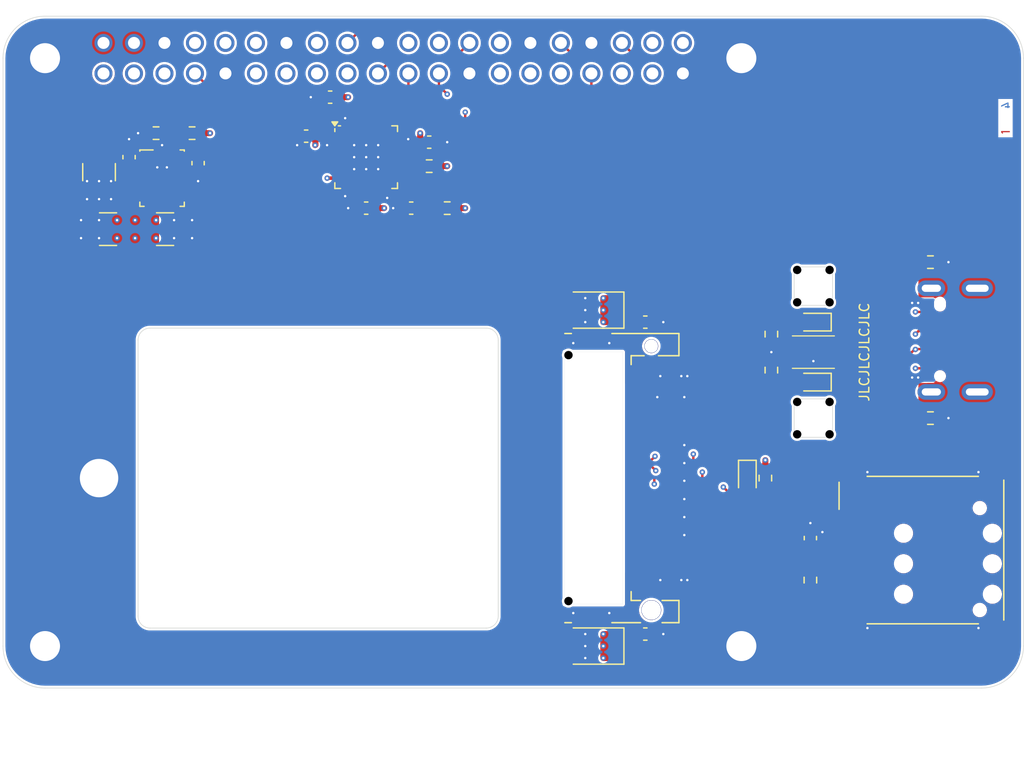
<source format=kicad_pcb>
(kicad_pcb (version 20241229) (generator "pcbnew") (generator_version "9.0")
  (title_block (date "2024-03-28") (rev "2"))
  (layers (0 "F.Cu" signal "Front") (4 "In1.Cu" power) (6 "In2.Cu" power) (2 "B.Cu" signal "Back") (13 "F.Paste" user) (5 "F.SilkS" user "F.Silkscreen") (7 "B.SilkS" user "B.Silkscreen") (1 "F.Mask" user) (3 "B.Mask" user) (25 "Edge.Cuts" user))
  (property "Order-Number" "JLCJLCJLCJLC")
  (net 0 "")
  (net 1 "GND")
  (net 2 "/M2 Connector/USB-CC1")
  (net 3 "/M2 Connector/USB+")
  (net 4 "Earth")
  (net 5 "/M2 Connector/USB-")
  (net 7 "/M2 Connector/USB-CC2")
  (net 10 "Net-(D101-K)")
  (net 11 "/LED1")
  (net 12 "Net-(D102-K)")
  (net 13 "/Button")
  (net 14 "+3.3V")
  (net 15 "/Reset")
  (net 16 "/IRQ")
  (net 17 "/MOSI")
  (net 18 "/MISO")
  (net 19 "/SCLK")
  (net 20 "/CS")
  (net 51 "/LED2")
  (net 58 "+5V")
  (net 59 "/M2 Connector/WWAN-LED")
  (net 60 "Net-(D201-A)")
  (net 63 "/M2 Connector/SIM-Reset")
  (net 66 "/M2 Connector/SIM-Clock")
  (net 67 "/M2 Connector/SIM-Data")
  (net 72 "+1V8")
  (net 79 "/M2 Connector/SIM-Detect")
  (net 108 "+3V8")
  (net 109 "/Power Supply +3V8/Vcc")
  (net 110 "/Power Supply +3V8/Feedback")
  (net 115 "unconnected-(J101-VBUS-PadV)_1")
  (footprint "Resistor_SMD:R_0603_1608Metric" (layer "F.Cu") (at 154 75)
    (property "Reference" "R105" (hide yes))
    (property "Value" "5K1" (hide yes))
  )
  (footprint "Capacitor_SMD:C_0603_1608Metric" (layer "F.Cu") (at 144.25 65.75 180)
    (property "Reference" "C104" (hide yes))
    (property "Value" "10u" (hide yes))
  )
  (footprint "Capacitor_SMD:C_0603_1608Metric" (layer "F.Cu") (at 142.25 69 180)
    (property "Reference" "C102" (hide yes))
    (property "Value" "0u1" (hide yes))
  )
  (footprint "V2_RaspberryPi:Hat" (layer "F.Cu") (at 117 115)
    (property "Reference" "H105" (hide yes))
    (property "Value" "Hat" (hide yes))
    (fp_line (start 0 -52.5) (end 0 -3.5) (stroke (width 0.05)) (layer "Edge.Cuts"))
    (fp_line (start 3.5 -56) (end 81.5 -56) (stroke (width 0.05)) (layer "Edge.Cuts"))
    (fp_line (start 3.5 0) (end 81.5 0) (stroke (width 0.05)) (layer "Edge.Cuts"))
    (fp_line (start 85 -52.5) (end 85 -3.5) (stroke (width 0.05)) (layer "Edge.Cuts"))
    (fp_arc (start 0 -52.5) (mid 1.025126 -54.974873) (end 3.5 -56) (stroke (width 0.05)) (layer "Edge.Cuts"))
    (fp_arc (start 3.5 0) (mid 1.025127 -1.025126) (end 0 -3.5) (stroke (width 0.05)) (layer "Edge.Cuts"))
    (fp_arc (start 81.5 -56) (mid 83.974873 -54.974874) (end 85 -52.5) (stroke (width 0.05)) (layer "Edge.Cuts"))
    (fp_arc (start 85 -3.5) (mid 83.974874 -1.025127) (end 81.5 0) (stroke (width 0.05)) (layer "Edge.Cuts"))
  )
  (footprint "Resistor_SMD:R_0603_1608Metric" (layer "F.Cu") (at 129.75 68.75 180)
    (property "Reference" "R502" (hide yes))
    (property "Value" "10k" (hide yes))
  )
  (footprint "Capacitor_SMD:C_0603_1608Metric" (layer "F.Cu") (at 133.25 71.25 -90)
    (property "Reference" "C504" (hide yes))
    (property "Value" "1u" (hide yes))
  )
  (footprint "V2_RaspberryPi:Connector" (layer "F.Cu") (at 149.5 62.5)
    (property "Reference" "J104" (hide yes))
    (property "Value" "Raspberry Pi" (hide yes))
  )
  (footprint "V2_Mechanical:MountingHole_2.5mm_PadTop_5mm" (layer "F.Cu") (at 120.5 62.5 180)
    (property "Reference" "H101" (hide yes))
    (property "Value" "MountingHole_2.5mm_PadTop_5mm" (hide yes))
  )
  (footprint "V2_Connector_M2:MDT180B01001" (layer "F.Cu") (at 171 97.5 -90)
    (property "Reference" "J201" (hide yes))
    (property "Value" "M.2" (hide yes))
    (fp_line (start -10.5 7.2) (end 10.5 7.2) (stroke (width 0.01)) (layer "Edge.Cuts"))
    (fp_line (start 10.5 7.2) (end 10.5 2.39) (stroke (width 0.01)) (layer "Edge.Cuts"))
    (fp_line (start -10.5 2.39) (end -10.5 7.2) (stroke (width 0.01)) (layer "Edge.Cuts"))
    (fp_line (start 10.5 2.39) (end -10.5 2.39) (stroke (width 0.01)) (layer "Edge.Cuts"))
  )
  (footprint "V2_Production:Order_Number" (layer "F.Cu") (at 188.75 87 90)
    (property "Reference" "INFO101" (hide yes))
    (property "Value" "ORDER-NUMBER" (hide yes))
  )
  (footprint "Capacitor_SMD:C_0603_1608Metric" (layer "F.Cu") (at 151 75 180)
    (property "Reference" "C103" (hide yes))
    (property "Value" "0u1" (hide yes))
  )
  (footprint "V2_Converter_DCDC:TPSM33625" (layer "F.Cu") (at 130.25 72.5)
    (property "Reference" "U501" (hide yes))
    (property "Value" "TPSM33625" (hide yes))
  )
  (footprint "V2_Artwork:Logo_Small" (layer "F.Cu") (at 120.5 87 90)
    (property "Reference" "ICON101" (hide yes))
    (property "Value" "V2-logo" (hide yes))
  )
  (footprint "Capacitor_SMD:C_1210_3225Metric" (layer "F.Cu") (at 130.5 76.75)
    (property "Reference" "C505" (hide yes))
    (property "Value" "22u" (hide yes))
  )
  (footprint "Capacitor_Tantalum_SMD:CP_EIA-3528-21_Kemet-B" (layer "F.Cu") (at 166.25 111.5 180)
    (property "Reference" "C202" (hide yes))
    (property "Value" "100u" (hide yes))
  )
  (footprint "Capacitor_SMD:C_0603_1608Metric" (layer "F.Cu") (at 127.5 70.75 90)
    (property "Reference" "C502" (hide yes))
    (property "Value" "0u1" (hide yes))
  )
  (footprint "V2_Package_DFN_QFN:QFN-32-1EP_5x5mm_P0.5mm_EP3.6x3.6mm_ThermalVias" (layer "F.Cu") (at 147.25 70.75)
    (property "Reference" "U101" (hide yes))
    (property "Value" "TPM_Infineon_SLB9670" (hide yes))
  )
  (footprint "Resistor_SMD:R_0603_1608Metric" (layer "F.Cu") (at 184.25 106 -90)
    (property "Reference" "R202" (hide yes))
    (property "Value" "27k" (hide yes))
  )
  (footprint "Capacitor_SMD:C_0603_1608Metric" (layer "F.Cu") (at 152.5 69.5)
    (property "Reference" "C101" (hide yes))
    (property "Value" "0u1" (hide yes))
  )
  (footprint "Resistor_SMD:R_0603_1608Metric" (layer "F.Cu") (at 194.25 79.5)
    (property "Reference" "R102" (hide yes))
    (property "Value" "5k1" (hide yes))
  )
  (footprint "Resistor_SMD:R_0603_1608Metric" (layer "F.Cu") (at 181 88.5 90)
    (property "Reference" "R103" (hide yes))
    (property "Value" "330R" (hide yes))
  )
  (footprint "LED_SMD:LED_0603_1608Metric" (layer "F.Cu") (at 179 97.5 -90)
    (property "Reference" "D201" (hide yes))
    (property "Value" "Orange" (hide yes))
  )
  (footprint "V2_Mechanical:MountingHole_2.5mm_PadTop_5mm" (layer "F.Cu") (at 178.5 62.5 180)
    (property "Reference" "H104" (hide yes))
    (property "Value" "MountingHole_2.5mm_PadTop_5mm" (hide yes))
  )
  (footprint "V2_Fiducial:Fiducial_0.5mm_Mask1mm_Paste" (layer "F.Cu") (at 120.5 107.75)
    (property "Reference" "FID101" (hide yes))
    (property "Value" "Fiducial" (hide yes))
  )
  (footprint "Resistor_SMD:R_0603_1608Metric" (layer "F.Cu") (at 194.25 92.5)
    (property "Reference" "R101" (hide yes))
    (property "Value" "5k1" (hide yes))
  )
  (footprint "Capacitor_SMD:C_0603_1608Metric" (layer "F.Cu") (at 170.5 110.5)
    (property "Reference" "C203" (hide yes))
    (property "Value" "0u1" (hide yes))
  )
  (footprint "V2_Connector_USB:JAE_DX07S016JA3" (layer "F.Cu") (at 197 86 90)
    (property "Reference" "J101" (hide yes))
    (property "Value" "JAE_DX07S016JA3" (hide yes))
  )
  (footprint "Resistor_SMD:R_0603_1608Metric" (layer "F.Cu") (at 132.75 68.75 180)
    (property "Reference" "R501" (hide yes))
    (property "Value" "27k" (hide yes))
  )
  (footprint "Resistor_SMD:R_0603_1608Metric" (layer "F.Cu") (at 180.5 97.5 90)
    (property "Reference" "R201" (hide yes))
    (property "Value" "1k" (hide yes))
  )
  (footprint "Resistor_SMD:R_0603_1608Metric" (layer "F.Cu") (at 152.5 71.5)
    (property "Reference" "R106" (hide yes))
    (property "Value" "10k" (hide yes))
  )
  (footprint "Capacitor_SMD:C_1210_3225Metric" (layer "F.Cu") (at 125.75 76.75 180)
    (property "Reference" "C503" (hide yes))
    (property "Value" "22u" (hide yes))
  )
  (footprint "LED_SMD:LED_0603_1608Metric" (layer "F.Cu") (at 184.5 84.5 180)
    (property "Reference" "D102" (hide yes))
    (property "Value" "Orange" (hide yes))
  )
  (footprint "V2_Connector_SIM:Amphenol_G85D1171012HHR" (layer "F.Cu") (at 193.5 103.5 90)
    (property "Reference" "J202" (hide yes))
    (property "Value" "SIM" (hide yes))
  )
  (footprint "V2_PCB_Devices:PCB_Button-bottom" (layer "F.Cu") (at 184.5 87 180)
    (property "Reference" "SWB101" (hide yes))
    (property "Value" "Button-bottom" (hide yes))
    (fp_line (start 1.6 7.1) (end 1.6 3.9) (stroke (width 0.05)) (layer "Edge.Cuts"))
    (fp_line (start 1.6 3.9) (end -1.6 3.9) (stroke (width 0.05)) (layer "Edge.Cuts"))
    (fp_line (start 1.6 -3.9) (end 1.6 -7.1) (stroke (width 0.05)) (layer "Edge.Cuts"))
    (fp_line (start 1.6 -7.1) (end -1.6 -7.1) (stroke (width 0.05)) (layer "Edge.Cuts"))
    (fp_line (start -1.6 7.1) (end 1.6 7.1) (stroke (width 0.05)) (layer "Edge.Cuts"))
    (fp_line (start -1.6 3.9) (end -1.6 7.1) (stroke (width 0.05)) (layer "Edge.Cuts"))
    (fp_line (start -1.6 -3.9) (end 1.6 -3.9) (stroke (width 0.05)) (layer "Edge.Cuts"))
    (fp_line (start -1.6 -7.1) (end -1.6 -3.9) (stroke (width 0.05)) (layer "Edge.Cuts"))
  )
  (footprint "LED_SMD:LED_0603_1608Metric" (layer "F.Cu") (at 184.5 89.5 180)
    (property "Reference" "D101" (hide yes))
    (property "Value" "Orange" (hide yes))
  )
  (footprint "Capacitor_SMD:C_0603_1608Metric" (layer "F.Cu") (at 184.25 102.5 90)
    (property "Reference" "C205" (hide yes))
    (property "Value" "0u1" (hide yes))
  )
  (footprint "V2_Fiducial:Fiducial_0.5mm_Mask1mm_Paste" (layer "F.Cu") (at 198.5 111.5)
    (property "Reference" "FID102" (hide yes))
    (property "Value" "Fiducial" (hide yes))
  )
  (footprint "V2_Production:Layer_Numbers" (layer "F.Cu") (at 200.5 67.5 90)
    (property "Reference" "INFO102" (hide yes))
    (property "Value" "Layer_Numbers" (hide yes))
  )
  (footprint "Resistor_SMD:R_0603_1608Metric" (layer "F.Cu") (at 181 85.5 -90)
    (property "Reference" "R104" (hide yes))
    (property "Value" "330R" (hide yes))
  )
  (footprint "Capacitor_SMD:C_0603_1608Metric" (layer "F.Cu") (at 170.5 84.5)
    (property "Reference" "C204" (hide yes))
    (property "Value" "0u1" (hide yes))
  )
  (footprint "Capacitor_SMD:C_0603_1608Metric" (layer "F.Cu") (at 147.25 75 180)
    (property "Reference" "C105" (hide yes))
    (property "Value" "0u1" (hide yes))
  )
  (footprint "V2_Button_Switch_SMD:SKSG" (layer "F.Cu") (at 184.5 87 180)
    (property "Reference" "SW101" (hide yes))
    (property "Value" "SW_Push" (hide yes))
  )
  (footprint "Capacitor_SMD:C_1210_3225Metric" (layer "F.Cu") (at 125 72 -90)
    (property "Reference" "C501" (hide yes))
    (property "Value" "10u" (hide yes))
  )
  (footprint "V2_Mechanical:MountingHole_2.5mm_PadTop_5mm" (layer "F.Cu") (at 120.5 111.5 180)
    (property "Reference" "H102" (hide yes))
    (property "Value" "MountingHole_2.5mm_PadTop_5mm" (hide yes))
  )
  (footprint "Capacitor_Tantalum_SMD:CP_EIA-3528-21_Kemet-B" (layer "F.Cu") (at 166.25 83.5 180)
    (property "Reference" "C201" (hide yes))
    (property "Value" "100u" (hide yes))
  )
  (footprint "V2_Fiducial:Fiducial_0.5mm_Mask1mm_Paste" (layer "F.Cu") (at 120.5 66.25)
    (property "Reference" "FID103" (hide yes))
    (property "Value" "Fiducial" (hide yes))
  )
  (footprint "V2_Mechanical:MountingHole_2.5mm_PadTop_5mm" (layer "F.Cu") (at 178.5 111.5 180)
    (property "Reference" "H103" (hide yes))
    (property "Value" "MountingHole_2.5mm_PadTop_5mm" (hide yes))
  )
  (gr_arc (start 128.25 86) (mid 128.542893 85.292893) (end 129.25 85) (stroke (width 0.05)) (layer "Edge.Cuts"))
  (gr_line (start 158.25 109) (end 158.25 86) (stroke (width 0.05)) (layer "Edge.Cuts"))
  (gr_arc (start 157.25 85) (mid 157.957107 85.292893) (end 158.25 86) (stroke (width 0.05)) (layer "Edge.Cuts"))
  (gr_line (start 128.25 109) (end 128.25 86) (stroke (width 0.05)) (layer "Edge.Cuts"))
  (gr_line (start 129.25 110) (end 157.25 110) (stroke (width 0.05)) (layer "Edge.Cuts"))
  (gr_line (start 129.25 85) (end 157.25 85) (stroke (width 0.05)) (layer "Edge.Cuts"))
  (gr_arc (start 129.25 110) (mid 128.542893 109.707107) (end 128.25 109) (stroke (width 0.05)) (layer "Edge.Cuts"))
  (gr_arc (start 158.25 109) (mid 157.957107 109.707107) (end 157.25 110) (stroke (width 0.05)) (layer "Edge.Cuts"))
  (segment (start 173.75 94.75) (end 172.55 94.75) (width 0.3) (layer "F.Cu") (net 1))
  (segment (start 184.5875 87.8375) (end 184.5 87.75) (width 0.2) (layer "F.Cu") (net 1))
  (segment (start 182.9375 87.8375) (end 184.4125 87.8375) (width 0.2) (layer "F.Cu") (net 1))
  (segment (start 173.75 96.25) (end 172.55 96.25) (width 0.3) (layer "F.Cu") (net 1))
  (segment (start 165.895 108.75) (end 166.03 108.885) (width 0.5) (layer "F.Cu") (net 1))
  (segment (start 173.725 97.75) (end 172.55 97.75) (width 0.3) (layer "F.Cu") (net 1))
  (segment (start 171.5 90.75) (end 172.55 90.75) (width 0.3) (layer "F.Cu") (net 1))
  (segment (start 150.5 69.5) (end 149.7 69.5) (width 0.3) (layer "F.Cu") (net 1))
  (segment (start 198.25 97) (end 199.61 97) (width 0.5) (layer "F.Cu") (net 1))
  (segment (start 145.975 70.225) (end 145.975 69.5) (width 0.5) (layer "F.Cu") (net 1))
  (segment (start 173.75 90.75) (end 172.55 90.75) (width 0.3) (layer "F.Cu") (net 1))
  (segment (start 165.895 86.25) (end 166.03 86.115) (width 0.5) (layer "F.Cu") (net 1))
  (segment (start 185.25 102) (end 186.1225 102) (width 0.5) (layer "F.Cu") (net 1))
  (segment (start 145.5 67.5) (end 145.5 68.3) (width 0.3) (layer "F.Cu") (net 1))
  (segment (start 167.5 108.75) (end 166.165 108.75) (width 0.5) (layer "F.Cu") (net 1))
  (segment (start 186.1225 102) (end 186.13 101.9925) (width 0.5) (layer "F.Cu") (net 1))
  (segment (start 128.25 68.75) (end 128.925 68.75) (width 0.5) (layer "F.Cu") (net 1))
  (segment (start 130.25 69.75) (end 130.25 70.8) (width 0.3) (layer "F.Cu") (net 1))
  (segment (start 189 110) (end 187.61 110) (width 0.5) (layer "F.Cu") (net 1))
  (segment (start 189 97) (end 187.61 97) (width 0.5) (layer "F.Cu") (net 1))
  (segment (start 198.25 110) (end 199.61 110) (width 0.5) (layer "F.Cu") (net 1))
  (segment (start 193.94773 82.90227) (end 193.95 82.9) (width 0.5) (layer "F.Cu") (net 1))
  (segment (start 193.931257 89.118743) (end 193.95 89.1) (width 0.5) (layer "F.Cu") (net 1))
  (segment (start 146.475 75) (end 145.75 75) (width 0.5) (layer "F.Cu") (net 1))
  (segment (start 149.5 75) (end 150.225 75) (width 0.5) (layer "F.Cu") (net 1))
  (segment (start 173.75 99.25) (end 172.55 99.25) (width 0.3) (layer "F.Cu") (net 1))
  (segment (start 164.5 108.75) (end 165.895 108.75) (width 0.5) (layer "F.Cu") (net 1))
  (segment (start 141.5 69.75) (end 141.475 69.725) (width 0.5) (layer "F.Cu") (net 1))
  (segment (start 186.0625 87.8375) (end 184.5875 87.8375) (width 0.2) (layer "F.Cu") (net 1))
  (segment (start 195.075 79.5) (end 195.75 79.5) (width 0.5) (layer "F.Cu") (net 1))
  (segment (start 133.25 72.025) (end 133.25 72.75) (width 0.5) (layer "F.Cu") (net 1))
  (segment (start 192.725752 89.118743) (end 193.931257 89.118743) (width 0.5) (layer "F.Cu") (net 1))
  (segment (start 144.243075 69.5) (end 144.8 69.5) (width 0.3) (layer "F.Cu") (net 1))
  (segment (start 173.75 102.25) (end 172.55 102.25) (width 0.3) (layer "F.Cu") (net 1))
  (segment (start 150.75 69.25) (end 150.5 69.5) (width 0.3) (layer "F.Cu") (net 1))
  (segment (start 173.75 97.725) (end 173.725 97.75) (width 0.3) (layer "F.Cu") (net 1))
  (segment (start 172 110.5) (end 171.275 110.5) (width 0.5) (layer "F.Cu") (net 1))
  (segment (start 127.5 69.25) (end 127.5 69.975) (width 0.5) (layer "F.Cu") (net 1))
  (segment (start 192.725448 82.90227) (end 193.94773 82.90227) (width 0.5) (layer "F.Cu") (net 1))
  (segment (start 172 84.5) (end 171.275 84.5) (width 0.5) (layer "F.Cu") (net 1))
  (segment (start 153.275 69.5) (end 154 69.5) (width 0.5) (layer "F.Cu") (net 1))
  (segment (start 143.993075 69.75) (end 144.243075 69.5) (width 0.3) (layer "F.Cu") (net 1))
  (segment (start 181 86.325) (end 181 87.675) (width 0.5) (layer "F.Cu") (net 1))
  (segment (start 141.475 69.725) (end 141.475 69) (width 0.5) (layer "F.Cu") (net 1))
  (segment (start 166.165 86.25) (end 166.03 86.115) (width 0.5) (layer "F.Cu") (net 1))
  (segment (start 145.5 73.2) (end 145.5 74) (width 0.3) (layer "F.Cu") (net 1))
  (segment (start 173.75 100.75) (end 172.55 100.75) (width 0.3) (layer "F.Cu") (net 1))
  (segment (start 166.165 108.75) (end 166.03 108.885) (width 0.5) (layer "F.Cu") (net 1))
  (segment (start 186.1375 102) (end 186.13 101.9925) (width 0.5) (layer "F.Cu") (net 1))
  (segment (start 184.25 101.25) (end 184.25 101.725) (width 0.5) (layer "F.Cu") (net 1))
  (segment (start 164.5 86.25) (end 165.895 86.25) (width 0.5) (layer "F.Cu") (net 1))
  (segment (start 142.6375 65.75) (end 143.3625 65.75) (width 0.5) (layer "F.Cu") (net 1))
  (segment (start 195.075 92.5) (end 195.75 92.5) (width 0.5) (layer "F.Cu") (net 1))
  (segment (start 167.5 86.25) (end 166.165 86.25) (width 0.5) (layer "F.Cu") (net 1))
  (segment (start 149 73.35) (end 149 74.15) (width 0.3) (layer "F.Cu") (net 1))
  (segment (start 184.4125 87.8375) (end 184.5 87.75) (width 0.2) (layer "F.Cu") (net 1))
  (via (at 198.25 97) (size 0.45) (drill 0.2) (layers "F.Cu" "B.Cu") (net 1))
  (via (at 173.75 100.75) (size 0.45) (drill 0.2) (layers "F.Cu" "B.Cu") (net 1))
  (via (at 173.75 99.25) (size 0.45) (drill 0.2) (layers "F.Cu" "B.Cu") (net 1))
  (via (at 164.5 86.25) (size 0.45) (drill 0.2) (layers "F.Cu" "B.Cu") (net 1))
  (via (at 132.75 76) (size 0.45) (drill 0.2) (layers "F.Cu" "B.Cu") (net 1))
  (via (at 192.725752 89.118743) (size 0.45) (drill 0.2) (layers "F.Cu" "B.Cu") (net 1))
  (via (at 173.75 94.75) (size 0.45) (drill 0.2) (layers "F.Cu" "B.Cu") (net 1))
  (via (at 165.5 84.5) (size 0.45) (drill 0.2) (layers "F.Cu" "B.Cu") (net 1))
  (via (at 126 74.25) (size 0.45) (drill 0.2) (layers "F.Cu" "B.Cu") (net 1))
  (via (at 193.225448 82.90227) (size 0.45) (drill 0.2) (layers "F.Cu" "B.Cu") (net 1))
  (via (at 127.5 69.25) (size 0.45) (drill 0.2) (layers "F.Cu" "B.Cu") (net 1))
  (via (at 173.5 106) (size 0.45) (drill 0.2) (layers "F.Cu" "B.Cu") (net 1))
  (via (at 181 87) (size 0.45) (drill 0.2) (layers "F.Cu" "B.Cu") (net 1))
  (via (at 126 72.75) (size 0.45) (drill 0.2) (layers "F.Cu" "B.Cu") (net 1))
  (via (at 132.75 77.5) (size 0.45) (drill 0.2) (layers "F.Cu" "B.Cu") (net 1))
  (via (at 130.25 69.75) (size 0.45) (drill 0.2) (layers "F.Cu" "B.Cu") (net 1))
  (via (at 165.5 111.5) (size 0.45) (drill 0.2) (layers "F.Cu" "B.Cu") (net 1))
  (via (at 167.5 108.75) (size 0.45) (drill 0.2) (layers "F.Cu" "B.Cu") (net 1))
  (via (at 164.5 108.75) (size 0.45) (drill 0.2) (layers "F.Cu" "B.Cu") (net 1))
  (via (at 128.25 68.75) (size 0.45) (drill 0.2) (layers "F.Cu" "B.Cu") (net 1))
  (via (at 145.5 67.5) (size 0.45) (drill 0.2) (layers "F.Cu" "B.Cu") (net 1))
  (via (at 165.5 82.5) (size 0.45) (drill 0.2) (layers "F.Cu" "B.Cu") (net 1))
  (via (at 125 74.25) (size 0.45) (drill 0.2) (layers "F.Cu" "B.Cu") (net 1))
  (via (at 145.5 74) (size 0.45) (drill 0.2) (layers "F.Cu" "B.Cu") (net 1))
  (via (at 173.75 97.725) (size 0.45) (drill 0.2) (layers "F.Cu" "B.Cu") (net 1))
  (via (at 123.5 76) (size 0.45) (drill 0.2) (layers "F.Cu" "B.Cu") (net 1))
  (via (at 149.5 75) (size 0.45) (drill 0.2) (layers "F.Cu" "B.Cu") (net 1))
  (via (at 198.25 110) (size 0.45) (drill 0.2) (layers "F.Cu" "B.Cu") (net 1))
  (via (at 174 89) (size 0.45) (drill 0.2) (layers "F.Cu" "B.Cu") (net 1))
  (via (at 150.75 69.25) (size 0.45) (drill 0.2) (layers "F.Cu" "B.Cu") (net 1))
  (via (at 173.5 89) (size 0.45) (drill 0.2) (layers "F.Cu" "B.Cu") (net 1))
  (via (at 165.5 110.5) (size 0.45) (drill 0.2) (layers "F.Cu" "B.Cu") (net 1))
  (via (at 195.75 79.5) (size 0.45) (drill 0.2) (layers "F.Cu" "B.Cu") (net 1))
  (via (at 184.5 87.75) (size 0.45) (drill 0.2) (layers "F.Cu" "B.Cu") (net 1))
  (via (at 143.993075 69.75) (size 0.45) (drill 0.2) (layers "F.Cu" "B.Cu") (net 1))
  (via (at 124 74.25) (size 0.45) (drill 0.2) (layers "F.Cu" "B.Cu") (net 1))
  (via (at 141.5 69.75) (size 0.45) (drill 0.2) (layers "F.Cu" "B.Cu") (net 1))
  (via (at 174 106) (size 0.45) (drill 0.2) (layers "F.Cu" "B.Cu") (net 1))
  (via (at 165.5 83.5) (size 0.45) (drill 0.2) (layers "F.Cu" "B.Cu") (net 1))
  (via (at 189 110) (size 0.45) (drill 0.2) (layers "F.Cu" "B.Cu") (net 1))
  (via (at 171.5 90.75) (size 0.45) (drill 0.2) (layers "F.Cu" "B.Cu") (net 1))
  (via (at 195.75 92.5) (size 0.45) (drill 0.2) (layers "F.Cu" "B.Cu") (net 1))
  (via (at 184.25 101.25) (size 0.45) (drill 0.2) (layers "F.Cu" "B.Cu") (net 1))
  (via (at 189 97) (size 0.45) (drill 0.2) (layers "F.Cu" "B.Cu") (net 1))
  (via (at 172 110.5) (size 0.45) (drill 0.2) (layers "F.Cu" "B.Cu") (net 1))
  (via (at 192.725448 82.90227) (size 0.45) (drill 0.2) (layers "F.Cu" "B.Cu") (net 1))
  (via (at 167.5 86.25) (size 0.45) (drill 0.2) (layers "F.Cu" "B.Cu") (net 1))
  (via (at 123.5 77.5) (size 0.45) (drill 0.2) (layers "F.Cu" "B.Cu") (net 1))
  (via (at 145.75 75) (size 0.45) (drill 0.2) (layers "F.Cu" "B.Cu") (net 1))
  (via (at 173.75 96.25) (size 0.45) (drill 0.2) (layers "F.Cu" "B.Cu") (net 1))
  (via (at 124 72.75) (size 0.45) (drill 0.2) (layers "F.Cu" "B.Cu") (net 1))
  (via (at 154 69.5) (size 0.45) (drill 0.2) (layers "F.Cu" "B.Cu") (net 1))
  (via (at 165.5 112.5) (size 0.45) (drill 0.2) (layers "F.Cu" "B.Cu") (net 1))
  (via (at 125 77.5) (size 0.45) (drill 0.2) (layers "F.Cu" "B.Cu") (net 1))
  (via (at 125 76) (size 0.45) (drill 0.2) (layers "F.Cu" "B.Cu") (net 1))
  (via (at 171.75 106) (size 0.45) (drill 0.2) (layers "F.Cu" "B.Cu") (net 1))
  (via (at 193.225752 89.118743) (size 0.45) (drill 0.2) (layers "F.Cu" "B.Cu") (net 1))
  (via (at 125 72.75) (size 0.45) (drill 0.2) (layers "F.Cu" "B.Cu") (net 1))
  (via (at 133.25 72.75) (size 0.45) (drill 0.2) (layers "F.Cu" "B.Cu") (net 1))
  (via (at 149 74.15) (size 0.45) (drill 0.2) (layers "F.Cu" "B.Cu") (net 1))
  (via (at 131.25 76) (size 0.45) (drill 0.2) (layers "F.Cu" "B.Cu") (net 1))
  (via (at 173.75 90.75) (size 0.45) (drill 0.2) (layers "F.Cu" "B.Cu") (net 1))
  (via (at 173.75 102.25) (size 0.45) (drill 0.2) (layers "F.Cu" "B.Cu") (net 1))
  (via (at 131.25 77.5) (size 0.45) (drill 0.2) (layers "F.Cu" "B.Cu") (net 1))
  (via (at 172 84.5) (size 0.45) (drill 0.2) (layers "F.Cu" "B.Cu") (net 1))
  (via (at 142.6375 65.75) (size 0.45) (drill 0.2) (layers "F.Cu" "B.Cu") (net 1))
  (via (at 171.75 89) (size 0.45) (drill 0.2) (layers "F.Cu" "B.Cu") (net 1))
  (via (at 185.25 102) (size 0.45) (drill 0.2) (layers "F.Cu" "B.Cu") (net 1))
  (segment (start 192 88.508211) (end 192 91.075) (width 0.2) (layer "F.Cu") (net 2))
  (segment (start 192 91.075) (end 193.425 92.5) (width 0.2) (layer "F.Cu") (net 2))
  (segment (start 192.758211 87.75) (end 192 88.508211) (width 0.2) (layer "F.Cu") (net 2))
  (segment (start 193.95 87.75) (end 192.758211 87.75) (width 0.2) (layer "F.Cu") (net 2))
  (segment (start 185.75 95.25) (end 187 94) (width 0.2) (layer "F.Cu") (net 3))
  (segment (start 187 92.032037) (end 192.782037 86.25) (width 0.2) (layer "F.Cu") (net 3))
  (segment (start 172.55 89.75) (end 177.75 89.75) (width 0.2) (layer "F.Cu") (net 3))
  (segment (start 192.782037 86.25) (end 193.95 86.25) (width 0.2) (layer "F.Cu") (net 3))
  (segment (start 183.25 95.25) (end 185.75 95.25) (width 0.2) (layer "F.Cu") (net 3))
  (segment (start 177.75 89.75) (end 183.25 95.25) (width 0.2) (layer "F.Cu") (net 3))
  (segment (start 187 94) (end 187 92.032037) (width 0.2) (layer "F.Cu") (net 3))
  (segment (start 193.95 85.75) (end 193.95 86.25) (width 0.3) (layer "F.Cu") (net 3))
  (segment (start 193 85.5) (end 193.25 85.25) (width 0.2) (layer "F.Cu") (net 5))
  (segment (start 193.0245 86.75) (end 193.95 86.75) (width 0.2) (layer "F.Cu") (net 5))
  (segment (start 177.475 90.225) (end 172.575 90.225) (width 0.2) (layer "F.Cu") (net 5))
  (segment (start 187.5 92.200736) (end 187.5 94.25) (width 0.2) (layer "F.Cu") (net 5))
  (segment (start 192.926236 86.7745) (end 187.5 92.200736) (width 0.2) (layer "F.Cu") (net 5))
  (segment (start 183 95.75) (end 177.475 90.225) (width 0.2) (layer "F.Cu") (net 5))
  (segment (start 193.25 85.25) (end 193.95 85.25) (width 0.2) (layer "F.Cu") (net 5))
  (segment (start 193 86.7745) (end 193.0245 86.75) (width 0.2) (layer "F.Cu") (net 5))
  (segment (start 187.5 94.25) (end 186 95.75) (width 0.2) (layer "F.Cu") (net 5))
  (segment (start 186 95.75) (end 183 95.75) (width 0.2) (layer "F.Cu") (net 5))
  (segment (start 193 86.7745) (end 192.926236 86.7745) (width 0.2) (layer "F.Cu") (net 5))
  (segment (start 172.575 90.225) (end 172.55 90.25) (width 0.2) (layer "F.Cu") (net 5))
  (via (at 193 86.7745) (size 0.45) (drill 0.2) (layers "F.Cu" "B.Cu") (net 5))
  (via (at 193 85.5) (size 0.45) (drill 0.2) (layers "F.Cu" "B.Cu") (net 5))
  (segment (start 192 80.925) (end 193.425 79.5) (width 0.2) (layer "F.Cu") (net 7))
  (segment (start 192 83.5) (end 192 80.925) (width 0.2) (layer "F.Cu") (net 7))
  (segment (start 193.25 84.75) (end 192 83.5) (width 0.2) (layer "F.Cu") (net 7))
  (segment (start 193.95 84.75) (end 193.25 84.75) (width 0.2) (layer "F.Cu") (net 7))
  (segment (start 184.5125 88.725) (end 181.6 88.725) (width 0.2) (layer "F.Cu") (net 10))
  (segment (start 185.2875 89.5) (end 184.5125 88.725) (width 0.2) (layer "F.Cu") (net 10))
  (segment (start 181.6 88.725) (end 181 89.325) (width 0.2) (layer "F.Cu") (net 10))
  (segment (start 182.9625 90.25) (end 180.5 90.25) (width 0.2) (layer "F.Cu") (net 11))
  (segment (start 166.01 75.76) (end 166.01 63.77) (width 0.2) (layer "F.Cu") (net 11))
  (segment (start 180.5 90.25) (end 166.01 75.76) (width 0.2) (layer "F.Cu") (net 11))
  (segment (start 183.7125 89.5) (end 182.9625 90.25) (width 0.2) (layer "F.Cu") (net 11))
  (segment (start 181.6 85.275) (end 181 84.675) (width 0.2) (layer "F.Cu") (net 12))
  (segment (start 184.5125 85.275) (end 181.6 85.275) (width 0.2) (layer "F.Cu") (net 12))
  (segment (start 185.2875 84.5) (end 184.5125 85.275) (width 0.2) (layer "F.Cu") (net 12))
  (segment (start 169.82 62.5) (end 168.55 61.23) (width 0.2) (layer "F.Cu") (net 13))
  (segment (start 186.5 85.725) (end 186.5 75) (width 0.2) (layer "F.Cu") (net 13))
  (segment (start 186.0625 86.1625) (end 186.5 85.725) (width 0.2) (layer "F.Cu") (net 13))
  (segment (start 186.5 75) (end 174 62.5) (width 0.2) (layer "F.Cu") (net 13))
  (segment (start 174 62.5) (end 169.82 62.5) (width 0.2) (layer "F.Cu") (net 13))
  (segment (start 186.0625 86.1625) (end 182.9375 86.1625) (width 0.2) (layer "F.Cu") (net 13))
  (segment (start 151.225 70) (end 151.725 69.5) (width 0.3) (layer "F.Cu") (net 14))
  (segment (start 154 71.5) (end 153.995 71.495) (width 0.5) (layer "F.Cu") (net 14))
  (segment (start 151.75 68.75) (end 151.75 69.475) (width 0.5) (layer "F.Cu") (net 14))
  (segment (start 144 72.5) (end 144.8 72.5) (width 0.3) (layer "F.Cu") (net 14))
  (segment (start 153.995 71.495) (end 153.32 71.495) (width 0.5) (layer "F.Cu") (net 14))
  (segment (start 148 74.975) (end 148.025 75) (width 0.3) (layer "F.Cu") (net 14))
  (segment (start 143.025 69.725) (end 143.025 69) (width 0.5) (layer "F.Cu") (net 14))
  (segment (start 145.025 65.75) (end 145.75 65.75) (width 0.5) (layer "F.Cu") (net 14))
  (segment (start 148.75 75) (end 148.025 75) (width 0.5) (layer "F.Cu") (net 14))
  (segment (start 148 73.2) (end 148 74.975) (width 0.3) (layer "F.Cu") (net 14))
  (segment (start 144.8 69) (end 143.025 69) (width 0.3) (layer "F.Cu") (net 14))
  (segment (start 143 69.75) (end 143.025 69.725) (width 0.5) (layer "F.Cu") (net 14))
  (segment (start 149.7 70) (end 151.225 70) (width 0.3) (layer "F.Cu") (net 14))
  (segment (start 154.825 75) (end 155.5 75) (width 0.5) (layer "F.Cu") (net 14))
  (via (at 151.75 68.75) (size 0.45) (drill 0.2) (layers "F.Cu" "B.Cu") (net 14))
  (via (at 144 72.5) (size 0.45) (drill 0.2) (layers "F.Cu" "B.Cu") (net 14))
  (via (at 155.5 75) (size 0.45) (drill 0.2) (layers "F.Cu" "B.Cu") (net 14))
  (via (at 145.75 65.75) (size 0.45) (drill 0.2) (layers "F.Cu" "B.Cu") (net 14))
  (via (at 148.75 75) (size 0.45) (drill 0.2) (layers "F.Cu" "B.Cu") (net 14))
  (via (at 143 69.75) (size 0.45) (drill 0.2) (layers "F.Cu" "B.Cu") (net 14))
  (via (at 154 71.5) (size 0.45) (drill 0.2) (layers "F.Cu" "B.Cu") (net 14))
  (segment (start 150.25 72.5) (end 149.7 72.5) (width 0.2) (layer "F.Cu") (net 15))
  (segment (start 151.775 75) (end 151.775 74.025) (width 0.2) (layer "F.Cu") (net 15))
  (segment (start 151.775 74.025) (end 150.25 72.5) (width 0.2) (layer "F.Cu") (net 15))
  (segment (start 151.775 75) (end 153.175 75) (width 0.2) (layer "F.Cu") (net 15))
  (segment (start 150.275 76.5) (end 145.72 76.5) (width 0.2) (layer "F.Cu") (net 15))
  (segment (start 151.775 75) (end 150.275 76.5) (width 0.2) (layer "F.Cu") (net 15))
  (segment (start 145.72 76.5) (end 132.99 63.77) (width 0.2) (layer "F.Cu") (net 15))
  (segment (start 157.25 61) (end 157.25 69.815686) (width 0.2) (layer "F.Cu") (net 16))
  (segment (start 154.315686 72.75) (end 151.065686 72.75) (width 0.2) (layer "F.Cu") (net 16))
  (segment (start 145.69 61.23) (end 146.92 60) (width 0.2) (layer "F.Cu") (net 16))
  (segment (start 157.25 69.815686) (end 154.315686 72.75) (width 0.2) (layer "F.Cu") (net 16))
  (segment (start 156.25 60) (end 157.25 61) (width 0.2) (layer "F.Cu") (net 16))
  (segment (start 146.92 60) (end 156.25 60) (width 0.2) (layer "F.Cu") (net 16))
  (segment (start 151.065686 72.75) (end 150.315686 72) (width 0.2) (layer "F.Cu") (net 16))
  (segment (start 150.315686 72) (end 149.7 72) (width 0.2) (layer "F.Cu") (net 16))
  (segment (start 148.23 63.77) (end 149.5 62.5) (width 0.2) (layer "F.Cu") (net 17))
  (segment (start 152 63.25) (end 152 67.54) (width 0.2) (layer "F.Cu") (net 17))
  (segment (start 152 67.54) (end 152.5 68.04) (width 0.2) (layer "F.Cu") (net 17))
  (segment (start 152.5 70) (end 152 70.5) (width 0.2) (layer "F.Cu") (net 17))
  (segment (start 152 70.5) (end 149.7 70.5) (width 0.2) (layer "F.Cu") (net 17))
  (segment (start 149.5 62.5) (end 151.25 62.5) (width 0.2) (layer "F.Cu") (net 17))
  (segment (start 151.25 62.5) (end 152 63.25) (width 0.2) (layer "F.Cu") (net 17))
  (segment (start 152.5 68.04) (end 152.5 70) (width 0.2) (layer "F.Cu") (net 17))
  (segment (start 150.77 68.205) (end 149.975 69) (width 0.2) (layer "F.Cu") (net 18))
  (segment (start 150.77 63.77) (end 150.77 68.205) (width 0.2) (layer "F.Cu") (net 18))
  (segment (start 149.975 69) (end 149.7 69) (width 0.2) (layer "F.Cu") (net 18))
  (segment (start 150 69) (end 149.7 69) (width 0.2) (layer "F.Cu") (net 18))
  (segment (start 155.5 71) (end 154.225 72.275) (width 0.2) (layer "F.Cu") (net 19))
  (segment (start 154 65.5) (end 153.31 64.81) (width 0.2) (layer "F.Cu") (net 19))
  (segment (start 150.487352 71.5) (end 149.7 71.5) (width 0.2) (layer "F.Cu") (net 19))
  (segment (start 153.31 64.81) (end 153.31 63.77) (width 0.2) (layer "F.Cu") (net 19))
  (segment (start 155.5 67) (end 155.5 71) (width 0.2) (layer "F.Cu") (net 19))
  (segment (start 151.262352 72.275) (end 150.487352 71.5) (width 0.2) (layer "F.Cu") (net 19))
  (segment (start 154.225 72.275) (end 151.262352 72.275) (width 0.2) (layer "F.Cu") (net 19))
  (via (at 155.5 67) (size 0.45) (drill 0.2) (layers "F.Cu" "B.Cu") (net 19))
  (via (at 154 65.5) (size 0.45) (drill 0.2) (layers "F.Cu" "B.Cu") (net 19))
  (segment (start 151.675 71.5) (end 151.175 71) (width 0.2) (layer "F.Cu") (net 20))
  (segment (start 151.675 71.5) (end 151.9625 71.5) (width 0.2) (layer "F.Cu") (net 20))
  (segment (start 151.175 71) (end 149.7 71) (width 0.2) (layer "F.Cu") (net 20))
  (segment (start 154.75 62.33) (end 155.85 61.23) (width 0.2) (layer "F.Cu") (net 20))
  (segment (start 153.788909 70.725) (end 154.75 69.763909) (width 0.2) (layer "F.Cu") (net 20))
  (segment (start 151.9625 71.5) (end 152.7375 70.725) (width 0.2) (layer "F.Cu") (net 20))
  (segment (start 152.7375 70.725) (end 153.788909 70.725) (width 0.2) (layer "F.Cu") (net 20))
  (segment (start 154.75 69.763909) (end 154.75 62.33) (width 0.2) (layer "F.Cu") (net 20))
  (segment (start 164.74 62.5) (end 163.47 61.23) (width 0.2) (layer "F.Cu") (net 51))
  (segment (start 167.25 68.0375) (end 167.25 63.25) (width 0.2) (layer "F.Cu") (net 51))
  (segment (start 183.60625 84.5) (end 183.7125 84.5) (width 0.2) (layer "F.Cu") (net 51))
  (segment (start 166.5 62.5) (end 164.74 62.5) (width 0.2) (layer "F.Cu") (net 51))
  (segment (start 183.7125 84.5) (end 167.25 68.0375) (width 0.2) (layer "F.Cu") (net 51))
  (segment (start 167.25 63.25) (end 166.5 62.5) (width 0.2) (layer "F.Cu") (net 51))
  (segment (start 178.9625 96.7125) (end 179 96.7125) (width 0.2) (layer "F.Cu") (net 59))
  (segment (start 170.5 90.5) (end 171.5 91.5) (width 0.2) (layer "F.Cu") (net 59))
  (segment (start 173.75 91.5) (end 178.9625 96.7125) (width 0.2) (layer "F.Cu") (net 59))
  (segment (start 169.91 90.5) (end 170.5 90.5) (width 0.2) (layer "F.Cu") (net 59))
  (segment (start 171.5 91.5) (end 173.75 91.5) (width 0.2) (layer "F.Cu") (net 59))
  (segment (start 180.4625 98.2875) (end 180.5 98.325) (width 0.2) (layer "F.Cu") (net 60))
  (segment (start 179 98.2875) (end 180.4625 98.2875) (width 0.2) (layer "F.Cu") (net 60))
  (segment (start 173.5 92.75) (end 176 95.25) (width 0.2) (layer "F.Cu") (net 63))
  (segment (start 171.25 93.15) (end 171.65 92.75) (width 0.2) (layer "F.Cu") (net 63))
  (segment (start 176 95.25) (end 176 98.25) (width 0.2) (layer "F.Cu") (net 63))
  (segment (start 185.92 106) (end 186.13 105.79) (width 0.2) (layer "F.Cu") (net 63))
  (segment (start 171.25 95) (end 171.25 93.15) (width 0.2) (layer "F.Cu") (net 63))
  (segment (start 183.75 106) (end 185.92 106) (width 0.2) (layer "F.Cu") (net 63))
  (segment (start 169.91 95.5) (end 170.75 95.5) (width 0.2) (layer "F.Cu") (net 63))
  (segment (start 171.65 92.75) (end 173.5 92.75) (width 0.2) (layer "F.Cu") (net 63))
  (segment (start 170.75 95.5) (end 171.25 95) (width 0.2) (layer "F.Cu") (net 63))
  (segment (start 176 98.25) (end 183.75 106) (width 0.2) (layer "F.Cu") (net 63))
  (segment (start 171.309105 95.683357) (end 170.992462 96) (width 0.2) (layer "F.Cu") (net 66))
  (segment (start 184.08 108.33) (end 186.13 108.33) (width 0.2) (layer "F.Cu") (net 66))
  (segment (start 174.5 95.5) (end 174.5 98.75) (width 0.2) (layer "F.Cu") (net 66))
  (segment (start 170.992462 96) (end 169.91 96) (width 0.2) (layer "F.Cu") (net 66))
  (segment (start 174.5 98.75) (end 184.08 108.33) (width 0.2) (layer "F.Cu") (net 66))
  (via (at 174.5 95.5) (size 0.45) (drill 0.2) (layers "F.Cu" "B.Cu") (net 66))
  (via (at 171.309105 95.683357) (size 0.45) (drill 0.2) (layers "F.Cu" "B.Cu") (net 66))
  (segment (start 183.575 106.825) (end 184.25 106.825) (width 0.2) (layer "F.Cu") (net 67))
  (segment (start 184.25 106.825) (end 184.325 106.75) (width 0.2) (layer "F.Cu") (net 67))
  (segment (start 171.371232 96.878768) (end 170.992464 96.5) (width 0.2) (layer "F.Cu") (net 67))
  (segment (start 170.992464 96.5) (end 169.91 96.5) (width 0.2) (layer "F.Cu") (net 67))
  (segment (start 175.25 98.5) (end 183.575 106.825) (width 0.2) (layer "F.Cu") (net 67))
  (segment (start 175.25 97) (end 175.25 98.5) (width 0.2) (layer "F.Cu") (net 67))
  (segment (start 185.895 106.825) (end 186.13 107.06) (width 0.2) (layer "F.Cu") (net 67))
  (segment (start 184.25 106.825) (end 185.895 106.825) (width 0.2) (layer "F.Cu") (net 67))
  (via (at 171.371232 96.878768) (size 0.45) (drill 0.2) (layers "F.Cu" "B.Cu") (net 67))
  (via (at 175.25 97) (size 0.45) (drill 0.2) (layers "F.Cu" "B.Cu") (net 67))
  (segment (start 184.25 103.275) (end 184.25 105.175) (width 0.2) (layer "F.Cu") (net 72))
  (segment (start 182.025 103.275) (end 184.25 103.275) (width 0.2) (layer "F.Cu") (net 72))
  (segment (start 184.25 103.275) (end 186.105 103.275) (width 0.2) (layer "F.Cu") (net 72))
  (segment (start 186.13 103.25) (end 186.43 103.25) (width 0.2) (layer "F.Cu") (net 72))
  (segment (start 171.25 97.5) (end 170.75 97) (width 0.2) (layer "F.Cu") (net 72))
  (segment (start 171.25 98) (end 171.25 97.5) (width 0.2) (layer "F.Cu") (net 72))
  (segment (start 177 98.25) (end 182.025 103.275) (width 0.2) (layer "F.Cu") (net 72))
  (segment (start 186.105 103.275) (end 186.13 103.25) (width 0.2) (layer "F.Cu") (net 72))
  (segment (start 170.75 97) (end 169.91 97) (width 0.2) (layer "F.Cu") (net 72))
  (via (at 171.25 98) (size 0.45) (drill 0.2) (layers "F.Cu" "B.Cu") (net 72))
  (via (at 177 98.25) (size 0.45) (drill 0.2) (layers "F.Cu" "B.Cu") (net 72))
  (segment (start 186.9 101.0175) (end 187.25 101.3675) (width 0.2) (layer "F.Cu") (net 79))
  (segment (start 181.28 109.03) (end 179.45 107.2) (width 0.2) (layer "F.Cu") (net 79))
  (segment (start 179.45 107.2) (end 171.5 107.2) (width 0.2) (layer "F.Cu") (net 79))
  (segment (start 186.13 101.0175) (end 186.9 101.0175) (width 0.2) (layer "F.Cu") (net 79))
  (segment (start 187.25 108.78) (end 187 109.03) (width 0.2) (layer "F.Cu") (net 79))
  (segment (start 171 104.75) (end 170.75 104.5) (width 0.2) (layer "F.Cu") (net 79))
  (segment (start 171.5 107.2) (end 171 106.7) (width 0.2) (layer "F.Cu") (net 79))
  (segment (start 187 109.03) (end 181.28 109.03) (width 0.2) (layer "F.Cu") (net 79))
  (segment (start 171 106.7) (end 171 104.75) (width 0.2) (layer "F.Cu") (net 79))
  (segment (start 187.25 101.3675) (end 187.25 108.78) (width 0.2) (layer "F.Cu") (net 79))
  (segment (start 170.75 104.5) (end 169.91 104.5) (width 0.2) (layer "F.Cu") (net 79))
  (segment (start 180.5 96.675) (end 180.5 96) (width 0.5) (layer "F.Cu") (net 108))
  (segment (start 133.575 68.75) (end 134.25 68.75) (width 0.5) (layer "F.Cu") (net 108))
  (via (at 167 82.5) (size 0.45) (drill 0.2) (layers "F.Cu" "B.Cu") (net 108))
  (via (at 126.5 76) (size 0.45) (drill 0.2) (layers "F.Cu" "B.Cu") (net 108))
  (via (at 167 83.5) (size 0.45) (drill 0.2) (layers "F.Cu" "B.Cu") (net 108))
  (via (at 128 76) (size 0.45) (drill 0.2) (layers "F.Cu" "B.Cu") (net 108))
  (via (at 167 111.5) (size 0.45) (drill 0.2) (layers "F.Cu" "B.Cu") (net 108))
  (via (at 126.5 77.5) (size 0.45) (drill 0.2) (layers "F.Cu" "B.Cu") (net 108))
  (via (at 167 84.5) (size 0.45) (drill 0.2) (layers "F.Cu" "B.Cu") (net 108))
  (via (at 180.5 96) (size 0.45) (drill 0.2) (layers "F.Cu" "B.Cu") (net 108))
  (via (at 129.75 77.5) (size 0.45) (drill 0.2) (layers "F.Cu" "B.Cu") (net 108))
  (via (at 167 112.5) (size 0.45) (drill 0.2) (layers "F.Cu" "B.Cu") (net 108))
  (via (at 128 77.5) (size 0.45) (drill 0.2) (layers "F.Cu" "B.Cu") (net 108))
  (via (at 129.75 76) (size 0.45) (drill 0.2) (layers "F.Cu" "B.Cu") (net 108))
  (via (at 134.25 68.75) (size 0.45) (drill 0.2) (layers "F.Cu" "B.Cu") (net 108))
  (via (at 167 110.5) (size 0.45) (drill 0.2) (layers "F.Cu" "B.Cu") (net 108))
  (segment (start 132.75 69.975) (end 133.25 70.475) (width 0.2) (layer "F.Cu") (net 109))
  (segment (start 129.725 70.415) (end 129.725 68.412352) (width 0.2) (layer "F.Cu") (net 109))
  (segment (start 131.6375 70.54) (end 133.185 70.54) (width 0.5) (layer "F.Cu") (net 109))
  (segment (start 132.75 68.387352) (end 132.75 69.975) (width 0.2) (layer "F.Cu") (net 109))
  (segment (start 130.387352 67.75) (end 132.112648 67.75) (width 0.2) (layer "F.Cu") (net 109))
  (segment (start 133.185 70.54) (end 133.25 70.475) (width 0.3) (layer "F.Cu") (net 109))
  (segment (start 129.725 68.412352) (end 130.387352 67.75) (width 0.2) (layer "F.Cu") (net 109))
  (segment (start 129.75 70.44) (end 129.725 70.415) (width 0.2) (layer "F.Cu") (net 109))
  (segment (start 132.112648 67.75) (end 132.75 68.387352) (width 0.2) (layer "F.Cu") (net 109))
  (segment (start 130.775 70.415) (end 130.775 68.95) (width 0.2) (layer "F.Cu") (net 110))
  (segment (start 130.75 70.44) (end 130.775 70.415) (width 0.2) (layer "F.Cu") (net 110))
  (segment (start 130.775 68.95) (end 130.575 68.75) (width 0.2) (layer "F.Cu") (net 110))
  (segment (start 130.575 68.75) (end 131.925 68.75) (width 0.2) (layer "F.Cu") (net 110))
  (segment (start 193 83.65) (end 193.95 83.65) (width 0.2) (layer "F.Cu") (net 115))
  (segment (start 193 88.35) (end 193.95 88.35) (width 0.2) (layer "F.Cu") (net 115))
  (via (at 193 83.65) (size 0.45) (drill 0.2) (layers "F.Cu" "B.Cu") (net 115))
  (via (at 193 88.35) (size 0.45) (drill 0.2) (layers "F.Cu" "B.Cu") (net 115))
  (zone (net 1) (net_name "GND") (layer "F.Cu") (priority 5) (connect_pads yes (clearance 0.2)) (min_thickness 0.25) (fill yes (thermal_gap 0.5) (thermal_bridge_width 0.5) (smoothing fillet) (radius 0.25))
    (polygon (pts (xy 164 82.25) (xy 164 84.75) (xy 165.75 84.75) (xy 165.75 82.25)))
  )
  (zone (net 1) (net_name "GND") (layer "F.Cu") (priority 5) (connect_pads yes (clearance 0.2)) (min_thickness 0.25) (fill yes (thermal_gap 0.5) (thermal_bridge_width 0.5) (smoothing fillet) (radius 0.25))
    (polygon (pts (xy 164 110.25) (xy 164 112.75) (xy 165.75 112.75) (xy 165.75 110.25)))
  )
  (zone (net 108) (net_name "+3V8") (layer "F.Cu") (priority 5) (connect_pads yes (clearance 0.2)) (min_thickness 0.25) (fill yes (thermal_gap 0.5) (thermal_bridge_width 0.5) (smoothing fillet) (radius 0.25))
    (polygon (pts (xy 168.75 105.25) (xy 168.75 110.25) (xy 166.75 110.25) (xy 166.75 112.75) (xy 170.5 112.75) (xy 170.5 105.25)))
  )
  (zone (net 1) (net_name "GND") (layer "F.Cu") (priority 5) (connect_pads yes (clearance 0.2)) (min_thickness 0.25) (fill yes (thermal_gap 0.5) (thermal_bridge_width 0.5) (smoothing fillet) (radius 0.25))
    (polygon (pts (xy 123.5 72.5) (xy 123.5 74.5) (xy 126.5 74.5) (xy 126.5 72.5)))
  )
  (zone (net 1) (net_name "GND") (layer "F.Cu") (priority 5) (connect_pads yes (clearance 0.2)) (min_thickness 0.25) (fill yes (thermal_gap 0.5) (thermal_bridge_width 0.5) (smoothing fillet) (radius 0.25))
    (polygon (pts (xy 131 75.25) (xy 131 78.25) (xy 133 78.25) (xy 133 75.25)))
  )
  (zone (net 108) (net_name "+3V8") (layer "F.Cu") (priority 5) (connect_pads yes (clearance 0.2)) (min_thickness 0.25) (fill yes (thermal_gap 0.5) (thermal_bridge_width 0.5) (smoothing fillet) (radius 0.25))
    (polygon (pts (xy 166.75 82.25) (xy 166.75 84.75) (xy 168.75 84.75) (xy 168.75 89.75) (xy 170.5 89.75) (xy 170.5 82.25)))
  )
  (zone (net 1) (net_name "GND") (layer "F.Cu") (priority 3) (connect_pads yes (clearance 0.2)) (min_thickness 0.2) (fill yes (thermal_gap 0.508) (thermal_bridge_width 0.508) (smoothing fillet) (radius 0.25))
    (polygon (pts (xy 186.25 109.5) (xy 187.75 109.5) (xy 187.75 100.25) (xy 186.25 100.25) (xy 186.25 96.25) (xy 201 96.25) (xy 201 110.75) (xy 186.25 110.75)))
  )
  (zone (net 1) (net_name "GND") (layer "F.Cu") (priority 5) (connect_pads yes (clearance 0.2)) (min_thickness 0.25) (fill yes (thermal_gap 0.5) (thermal_bridge_width 0.5) (smoothing fillet) (radius 0.25))
    (polygon (pts (xy 123.25 75.25) (xy 123.25 78.25) (xy 125.25 78.25) (xy 125.25 75.25)))
  )
  (zone (net 108) (net_name "+3V8") (layer "F.Cu") (priority 4) (connect_pads yes (clearance 0.2)) (min_thickness 0.25) (fill yes (thermal_gap 0.5) (thermal_bridge_width 0.5) (smoothing fillet) (radius 0.2))
    (polygon (pts (xy 130 72.475) (xy 130 78.25) (xy 126 78.25) (xy 126 75.25) (xy 127 75.25) (xy 127 72.475)))
  )
  (zone (net 4) (net_name "Earth") (layer "F.Cu") (priority 1) (connect_pads yes (clearance 0.2)) (min_thickness 0.2) (fill yes (thermal_gap 0.508) (thermal_bridge_width 0.508) (smoothing fillet) (radius 0.25))
    (polygon (pts (xy 193.25 80.500001) (xy 200.994903 80.5) (xy 200.994903 91.5) (xy 193.25 91.500001)))
  )
  (zone (net 58) (net_name "+5V") (layer "F.Cu") (connect_pads yes (clearance 0.2)) (min_thickness 0.25) (fill yes (thermal_gap 0.5) (thermal_bridge_width 0.5) (smoothing fillet) (radius 0.25))
    (polygon (pts (xy 123 59.75) (xy 129.5 59.75) (xy 129.4 72.2) (xy 123 72.2)))
  )
  (zone (net 1) (net_name "GND") (layer "F.Cu") (priority 6) (connect_pads yes (clearance 0.2)) (min_thickness 0.25) (fill yes (thermal_gap 0.5) (thermal_bridge_width 0.5) (smoothing fillet) (radius 0.25))
    (polygon (pts (xy 171.5 88.5) (xy 174.25 88.5) (xy 174.25 89.5) (xy 171.5 89.5)))
  )
  (zone (net 1) (net_name "GND") (layer "F.Cu") (priority 6) (connect_pads yes (clearance 0.2)) (min_thickness 0.25) (fill yes (thermal_gap 0.5) (thermal_bridge_width 0.5) (smoothing fillet) (radius 0.25))
    (polygon (pts (xy 171.5 105.5) (xy 174.25 105.5) (xy 174.25 106.5) (xy 171.5 106.5)))
  )
  (zone (net 1) (net_name "GND") (layers "B.Cu" "In1.Cu") (priority 1) (connect_pads yes (clearance 0.2)) (min_thickness 0.2) (fill yes (thermal_gap 0.508) (thermal_bridge_width 0.508))
    (polygon (pts (xy 117 59) (xy 202 59) (xy 202 115) (xy 117 115)))
  )
)
</source>
